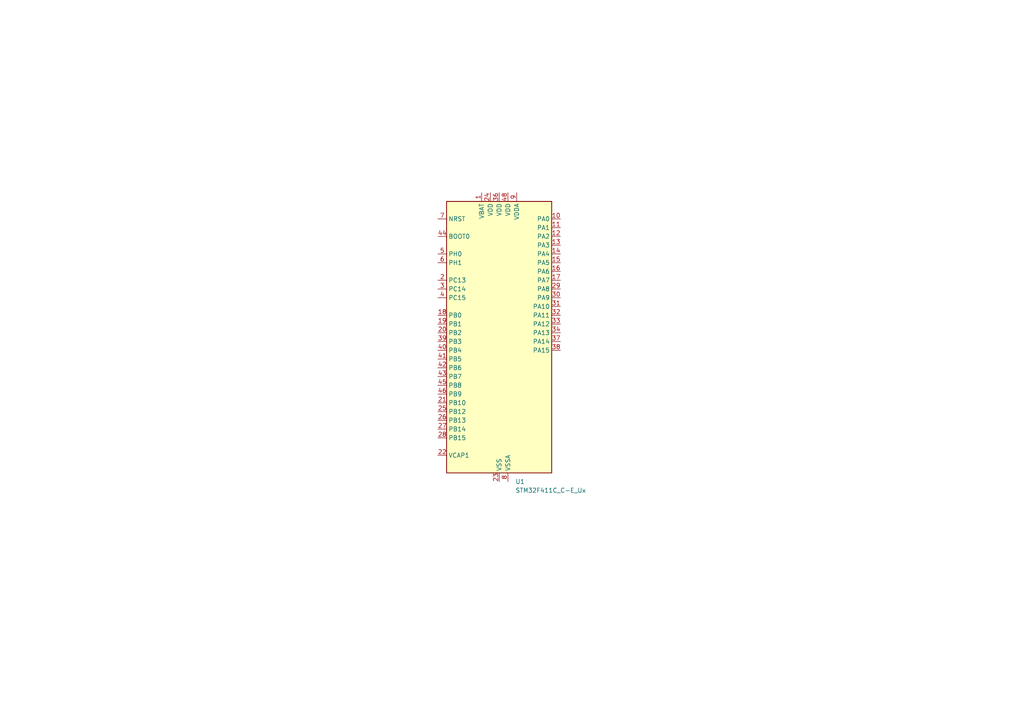
<source format=kicad_sch>
(kicad_sch (version 20250114) (generator "eeschema") (generator_version "9.0")
  (paper "A4")
  (lib_symbols
    (symbol "MCU_ST_STM32F4:STM32F411C_C-E_Ux"
      (property "Reference" "U" (at -15.24 41.91 0))
      (property "Value" "STM32F411C_C-E_Ux" (at 7.62 41.91 0))
      (symbol "STM32F411C_C-E_Ux_0_1"
        (rectangle (start -15.24 -38.1) (end 15.24 40.64) (stroke (width 0.254)) (fill (type background)))
      )
      (symbol "STM32F411C_C-E_Ux_1_1"
        (pin input line (at -17.78 35.56 0) (length 2.54) (name "NRST") (number "7"))
        (pin input line (at -17.78 30.48 0) (length 2.54) (name "BOOT0") (number "44"))
        (pin bidirectional line (at -17.78 25.4 0) (length 2.54) (name "PH0") (number "5"))
        (pin bidirectional line (at -17.78 22.86 0) (length 2.54) (name "PH1") (number "6"))
        (pin bidirectional line (at -17.78 17.78 0) (length 2.54) (name "PC13") (number "2"))
        (pin bidirectional line (at -17.78 15.24 0) (length 2.54) (name "PC14") (number "3"))
        (pin bidirectional line (at -17.78 12.7 0) (length 2.54) (name "PC15") (number "4"))
        (pin bidirectional line (at -17.78 7.62 0) (length 2.54) (name "PB0") (number "18"))
        (pin bidirectional line (at -17.78 5.08 0) (length 2.54) (name "PB1") (number "19"))
        (pin bidirectional line (at -17.78 2.54 0) (length 2.54) (name "PB2") (number "20"))
        (pin bidirectional line (at -17.78 0 0) (length 2.54) (name "PB3") (number "39"))
        (pin bidirectional line (at -17.78 -2.54 0) (length 2.54) (name "PB4") (number "40"))
        (pin bidirectional line (at -17.78 -5.08 0) (length 2.54) (name "PB5") (number "41"))
        (pin bidirectional line (at -17.78 -7.62 0) (length 2.54) (name "PB6") (number "42"))
        (pin bidirectional line (at -17.78 -10.16 0) (length 2.54) (name "PB7") (number "43"))
        (pin bidirectional line (at -17.78 -12.7 0) (length 2.54) (name "PB8") (number "45"))
        (pin bidirectional line (at -17.78 -15.24 0) (length 2.54) (name "PB9") (number "46"))
        (pin bidirectional line (at -17.78 -17.78 0) (length 2.54) (name "PB10") (number "21"))
        (pin bidirectional line (at -17.78 -20.32 0) (length 2.54) (name "PB12") (number "25"))
        (pin bidirectional line (at -17.78 -22.86 0) (length 2.54) (name "PB13") (number "26"))
        (pin bidirectional line (at -17.78 -25.4 0) (length 2.54) (name "PB14") (number "27"))
        (pin bidirectional line (at -17.78 -27.94 0) (length 2.54) (name "PB15") (number "28"))
        (pin power_out line (at -17.78 -33.02 0) (length 2.54) (name "VCAP1") (number "22"))
        (pin power_in line (at -5.08 43.18 270) (length 2.54) (name "VBAT") (number "1"))
        (pin power_in line (at -2.54 43.18 270) (length 2.54) (name "VDD") (number "24"))
        (pin power_in line (at 0 43.18 270) (length 2.54) (name "VDD") (number "36"))
        (pin power_in line (at 0 -40.64 90) (length 2.54) (name "VSS") (number "23"))
        (pin passive line (at 0 -40.64 90) (length 2.54) (hide yes) (name "VSS") (number "35"))
        (pin passive line (at 0 -40.64 90) (length 2.54) (hide yes) (name "VSS") (number "47"))
        (pin passive line (at 0 -40.64 90) (length 2.54) (hide yes) (name "VSS") (number "49"))
        (pin power_in line (at 2.54 43.18 270) (length 2.54) (name "VDD") (number "48"))
        (pin power_in line (at 2.54 -40.64 90) (length 2.54) (name "VSSA") (number "8"))
        (pin power_in line (at 5.08 43.18 270) (length 2.54) (name "VDDA") (number "9"))
        (pin bidirectional line (at 17.78 35.56 180) (length 2.54) (name "PA0") (number "10"))
        (pin bidirectional line (at 17.78 33.02 180) (length 2.54) (name "PA1") (number "11"))
        (pin bidirectional line (at 17.78 30.48 180) (length 2.54) (name "PA2") (number "12"))
        (pin bidirectional line (at 17.78 27.94 180) (length 2.54) (name "PA3") (number "13"))
        (pin bidirectional line (at 17.78 25.4 180) (length 2.54) (name "PA4") (number "14"))
        (pin bidirectional line (at 17.78 22.86 180) (length 2.54) (name "PA5") (number "15"))
        (pin bidirectional line (at 17.78 20.32 180) (length 2.54) (name "PA6") (number "16"))
        (pin bidirectional line (at 17.78 17.78 180) (length 2.54) (name "PA7") (number "17"))
        (pin bidirectional line (at 17.78 15.24 180) (length 2.54) (name "PA8") (number "29"))
        (pin bidirectional line (at 17.78 12.7 180) (length 2.54) (name "PA9") (number "30"))
        (pin bidirectional line (at 17.78 10.16 180) (length 2.54) (name "PA10") (number "31"))
        (pin bidirectional line (at 17.78 7.62 180) (length 2.54) (name "PA11") (number "32"))
        (pin bidirectional line (at 17.78 5.08 180) (length 2.54) (name "PA12") (number "33"))
        (pin bidirectional line (at 17.78 2.54 180) (length 2.54) (name "PA13") (number "34"))
        (pin bidirectional line (at 17.78 0 180) (length 2.54) (name "PA14") (number "37"))
        (pin bidirectional line (at 17.78 -2.54 180) (length 2.54) (name "PA15") (number "38"))
      )
    )
  )
  (symbol (lib_id "MCU_ST_STM32F4:STM32F411C_C-E_Ux") (at 144.78 99.06 0) (unit 1)
    (property "Reference" "U1" (at 149.4633 139.7 0) (effects (justify left)))
    (property "Value" "STM32F411C_C-E_Ux" (at 149.4633 142.24 0) (effects (justify left)))
    (property "Footprint" "Package_DFN_QFN:QFN-48-1EP_7x7mm_P0.5mm_EP5.6x5.6mm" (effects (hide yes)))
    (property "Datasheet" "https://www.st.com/resource/en/datasheet/stm32f411cc.pdf" (effects (hide yes)))
    (property "Description" "STMicroelectronics Arm Cortex-M4 MCU, 256-512KB flash, 128KB RAM, 100 MHz, 1.7-3.6V, 36 GPIO, UFQFPN48" (effects (hide yes)))
  )
)
</source>
